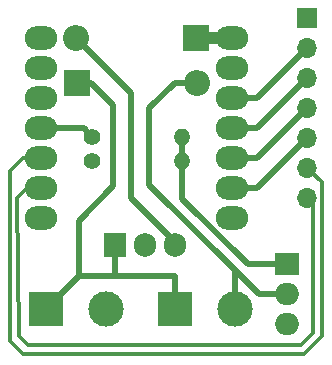
<source format=gbr>
%TF.GenerationSoftware,KiCad,Pcbnew,(6.0.7)*%
%TF.CreationDate,2023-04-07T13:33:32+02:00*%
%TF.ProjectId,RFID_PCB_Final,52464944-5f50-4434-925f-46696e616c2e,rev?*%
%TF.SameCoordinates,Original*%
%TF.FileFunction,Copper,L2,Bot*%
%TF.FilePolarity,Positive*%
%FSLAX46Y46*%
G04 Gerber Fmt 4.6, Leading zero omitted, Abs format (unit mm)*
G04 Created by KiCad (PCBNEW (6.0.7)) date 2023-04-07 13:33:32*
%MOMM*%
%LPD*%
G01*
G04 APERTURE LIST*
G04 Aperture macros list*
%AMRoundRect*
0 Rectangle with rounded corners*
0 $1 Rounding radius*
0 $2 $3 $4 $5 $6 $7 $8 $9 X,Y pos of 4 corners*
0 Add a 4 corners polygon primitive as box body*
4,1,4,$2,$3,$4,$5,$6,$7,$8,$9,$2,$3,0*
0 Add four circle primitives for the rounded corners*
1,1,$1+$1,$2,$3*
1,1,$1+$1,$4,$5*
1,1,$1+$1,$6,$7*
1,1,$1+$1,$8,$9*
0 Add four rect primitives between the rounded corners*
20,1,$1+$1,$2,$3,$4,$5,0*
20,1,$1+$1,$4,$5,$6,$7,0*
20,1,$1+$1,$6,$7,$8,$9,0*
20,1,$1+$1,$8,$9,$2,$3,0*%
G04 Aperture macros list end*
%TA.AperFunction,ComponentPad*%
%ADD10R,3.000000X3.000000*%
%TD*%
%TA.AperFunction,ComponentPad*%
%ADD11C,3.000000*%
%TD*%
%TA.AperFunction,ComponentPad*%
%ADD12R,1.905000X2.000000*%
%TD*%
%TA.AperFunction,ComponentPad*%
%ADD13O,1.905000X2.000000*%
%TD*%
%TA.AperFunction,ComponentPad*%
%ADD14R,2.200000X2.200000*%
%TD*%
%TA.AperFunction,ComponentPad*%
%ADD15O,2.200000X2.200000*%
%TD*%
%TA.AperFunction,ComponentPad*%
%ADD16R,2.000000X1.905000*%
%TD*%
%TA.AperFunction,ComponentPad*%
%ADD17O,2.000000X1.905000*%
%TD*%
%TA.AperFunction,ComponentPad*%
%ADD18C,1.400000*%
%TD*%
%TA.AperFunction,ComponentPad*%
%ADD19O,1.400000X1.400000*%
%TD*%
%TA.AperFunction,ComponentPad*%
%ADD20RoundRect,1.000000X-0.375000X0.000000X0.375000X0.000000X0.375000X0.000000X-0.375000X0.000000X0*%
%TD*%
%TA.AperFunction,ComponentPad*%
%ADD21R,1.700000X1.700000*%
%TD*%
%TA.AperFunction,ComponentPad*%
%ADD22O,1.700000X1.700000*%
%TD*%
%TA.AperFunction,Conductor*%
%ADD23C,0.500000*%
%TD*%
%TA.AperFunction,Conductor*%
%ADD24C,0.250000*%
%TD*%
%TA.AperFunction,Conductor*%
%ADD25C,1.000000*%
%TD*%
%TA.AperFunction,Conductor*%
%ADD26C,0.350000*%
%TD*%
G04 APERTURE END LIST*
D10*
%TO.P,J2,1,Pin_1*%
%TO.N,Deur+*%
X90170000Y-114300000D03*
D11*
%TO.P,J2,2,Pin_2*%
%TO.N,Deur-*%
X95250000Y-114300000D03*
%TD*%
D12*
%TO.P,U2,1,VI*%
%TO.N,Deur+*%
X85090000Y-108895000D03*
D13*
%TO.P,U2,2,GND*%
%TO.N,GND*%
X87630000Y-108895000D03*
%TO.P,U2,3,VO*%
%TO.N,+5V*%
X90170000Y-108895000D03*
%TD*%
D14*
%TO.P,D1,1,K*%
%TO.N,Net-(D1-Pad1)*%
X91948000Y-91313000D03*
D15*
%TO.P,D1,2,A*%
%TO.N,+5V*%
X81788000Y-91313000D03*
%TD*%
D16*
%TO.P,Q1,1,G*%
%TO.N,Net-(Q1-Pad1)*%
X99639000Y-110490000D03*
D17*
%TO.P,Q1,2,D*%
%TO.N,Deur-*%
X99639000Y-113030000D03*
%TO.P,Q1,3,S*%
%TO.N,GND*%
X99639000Y-115570000D03*
%TD*%
D10*
%TO.P,J1,1,Pin_1*%
%TO.N,Deur+*%
X79248000Y-114300000D03*
D11*
%TO.P,J1,2,Pin_2*%
%TO.N,GND*%
X84328000Y-114300000D03*
%TD*%
D18*
%TO.P,R1,1*%
%TO.N,OUT*%
X83185000Y-99695000D03*
D19*
%TO.P,R1,2*%
%TO.N,Net-(Q1-Pad1)*%
X90805000Y-99695000D03*
%TD*%
D14*
%TO.P,D2,1,K*%
%TO.N,Deur+*%
X81915000Y-95123000D03*
D15*
%TO.P,D2,2,A*%
%TO.N,Deur-*%
X92075000Y-95123000D03*
%TD*%
D20*
%TO.P,U1,1,PA02_A0_D0*%
%TO.N,unconnected-(U1-Pad1)*%
X78813000Y-91354000D03*
%TO.P,U1,2,PA4_A1_D1*%
%TO.N,unconnected-(U1-Pad2)*%
X78813000Y-93894000D03*
%TO.P,U1,3,PA10_A2_D2*%
%TO.N,unconnected-(U1-Pad3)*%
X78813000Y-96434000D03*
%TO.P,U1,4,PA11_A3_D3*%
%TO.N,OUT*%
X78813000Y-98974000D03*
%TO.P,U1,5,PA8_A4_D4_SDA*%
%TO.N,SDA*%
X78813000Y-101514000D03*
%TO.P,U1,6,PA9_A5_D5_SCL*%
%TO.N,RST*%
X78813000Y-104054000D03*
%TO.P,U1,7,PB08_A6_D6_TX*%
%TO.N,unconnected-(U1-Pad7)*%
X78813000Y-106594000D03*
%TO.P,U1,8,PB09_A7_D7_RX*%
%TO.N,BTN*%
X94978000Y-106594000D03*
%TO.P,U1,9,PA7_A8_D8_SCK*%
%TO.N,SCK*%
X94978000Y-104054000D03*
%TO.P,U1,10,PA5_A9_D9_MISO*%
%TO.N,MISO*%
X94978000Y-101514000D03*
%TO.P,U1,11,PA6_A10_D10_MOSI*%
%TO.N,MOSI*%
X94978000Y-98974000D03*
%TO.P,U1,12,3V3*%
%TO.N,+3.3V*%
X94978000Y-96434000D03*
%TO.P,U1,13,GND*%
%TO.N,GND*%
X94978000Y-93894000D03*
%TO.P,U1,14,5V*%
%TO.N,Net-(D1-Pad1)*%
X94978000Y-91354000D03*
%TD*%
D18*
%TO.P,R2,1*%
%TO.N,GND*%
X83185000Y-101727000D03*
D19*
%TO.P,R2,2*%
%TO.N,Net-(Q1-Pad1)*%
X90805000Y-101727000D03*
%TD*%
D21*
%TO.P,J9,1,Pin_1*%
%TO.N,GND*%
X101346000Y-89662000D03*
D22*
%TO.P,J9,2,Pin_2*%
%TO.N,+3.3V*%
X101346000Y-92202000D03*
%TO.P,J9,3,Pin_3*%
%TO.N,MOSI*%
X101346000Y-94742000D03*
%TO.P,J9,4,Pin_4*%
%TO.N,MISO*%
X101346000Y-97282000D03*
%TO.P,J9,5,Pin_5*%
%TO.N,SCK*%
X101346000Y-99822000D03*
%TO.P,J9,6,Pin_6*%
%TO.N,SDA*%
X101346000Y-102362000D03*
%TO.P,J9,7,Pin_7*%
%TO.N,RST*%
X101346000Y-104902000D03*
%TD*%
D23*
%TO.N,+5V*%
X90170000Y-108585000D02*
X90170000Y-108895000D01*
X86487000Y-104902000D02*
X90170000Y-108585000D01*
X86487000Y-104902000D02*
X86487000Y-96012000D01*
X86487000Y-96012000D02*
X81788000Y-91313000D01*
%TO.N,Deur+*%
X85090000Y-111506000D02*
X90170000Y-111506000D01*
X85090000Y-111506000D02*
X85090000Y-108895000D01*
X82042000Y-111506000D02*
X85090000Y-111506000D01*
D24*
%TO.N,Net-(D1-Pad1)*%
X94937000Y-91313000D02*
X94978000Y-91354000D01*
D25*
X91948000Y-91313000D02*
X94937000Y-91313000D01*
D23*
%TO.N,Deur+*%
X90170000Y-111506000D02*
X90170000Y-114300000D01*
X84963000Y-103886000D02*
X84963000Y-97028000D01*
X79248000Y-114300000D02*
X82042000Y-111506000D01*
X83058000Y-95123000D02*
X81915000Y-95123000D01*
X82042000Y-111506000D02*
X82042000Y-106807000D01*
X82042000Y-106807000D02*
X84963000Y-103886000D01*
X84963000Y-97028000D02*
X83058000Y-95123000D01*
%TO.N,Deur-*%
X88011000Y-97282000D02*
X90170000Y-95123000D01*
X90170000Y-95123000D02*
X92075000Y-95123000D01*
X95250000Y-110998000D02*
X97282000Y-113030000D01*
X97282000Y-113030000D02*
X99639000Y-113030000D01*
X88011000Y-103759000D02*
X88011000Y-97282000D01*
X95250000Y-114300000D02*
X95250000Y-110998000D01*
X95250000Y-110998000D02*
X88011000Y-103759000D01*
%TO.N,Net-(Q1-Pad1)*%
X96342556Y-110490000D02*
X99639000Y-110490000D01*
X90805000Y-101727000D02*
X90805000Y-99695000D01*
X90805000Y-104952444D02*
X96342556Y-110490000D01*
X90805000Y-101727000D02*
X90805000Y-104952444D01*
%TO.N,OUT*%
X82464000Y-98974000D02*
X83185000Y-99695000D01*
X78813000Y-98974000D02*
X82464000Y-98974000D01*
D26*
%TO.N,SDA*%
X78813000Y-101514000D02*
X77302000Y-101514000D01*
X101092000Y-118110000D02*
X102616000Y-116586000D01*
X77343000Y-118110000D02*
X101092000Y-118110000D01*
X102616000Y-103505000D02*
X101346000Y-102362000D01*
X102616000Y-116586000D02*
X102616000Y-103505000D01*
X76200000Y-102616000D02*
X76200000Y-116967000D01*
X76200000Y-116967000D02*
X77343000Y-118110000D01*
X77302000Y-101514000D02*
X76200000Y-102616000D01*
%TO.N,RST*%
X76962000Y-116586000D02*
X77724000Y-117348000D01*
X76835000Y-104902000D02*
X76962000Y-116586000D01*
X100838000Y-117348000D02*
X101854000Y-116332000D01*
X77724000Y-117348000D02*
X100838000Y-117348000D01*
X101854000Y-116332000D02*
X101854000Y-105410000D01*
X77683000Y-104054000D02*
X76835000Y-104902000D01*
X78813000Y-104054000D02*
X77683000Y-104054000D01*
X101854000Y-105410000D02*
X101346000Y-104902000D01*
D23*
%TO.N,SCK*%
X97114000Y-104054000D02*
X101346000Y-99822000D01*
X94978000Y-104054000D02*
X97114000Y-104054000D01*
%TO.N,MISO*%
X94978000Y-101514000D02*
X97114000Y-101514000D01*
X97114000Y-101514000D02*
X101346000Y-97282000D01*
%TO.N,MOSI*%
X97114000Y-98974000D02*
X101346000Y-94742000D01*
X94978000Y-98974000D02*
X97114000Y-98974000D01*
%TO.N,+3.3V*%
X94978000Y-96434000D02*
X97114000Y-96434000D01*
X97114000Y-96434000D02*
X101346000Y-92202000D01*
%TD*%
M02*

</source>
